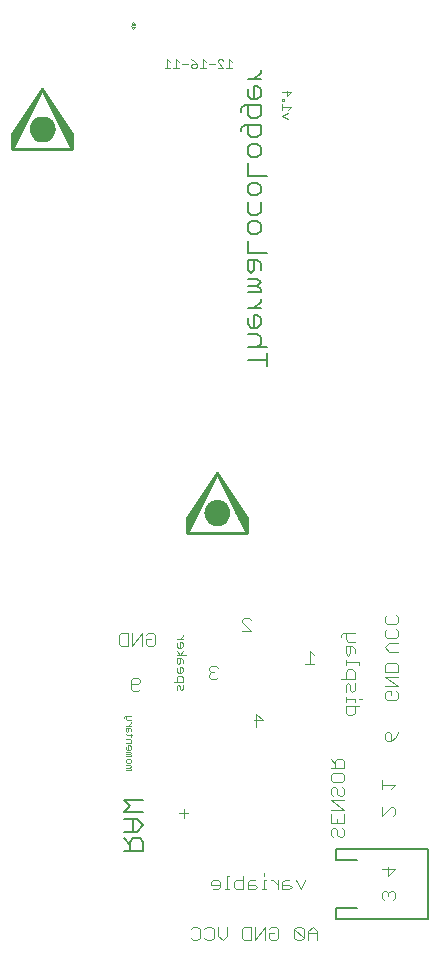
<source format=gbo>
G75*
G70*
%OFA0B0*%
%FSLAX24Y24*%
%IPPOS*%
%LPD*%
%AMOC8*
5,1,8,0,0,1.08239X$1,22.5*
%
%ADD10C,0.0060*%
%ADD11C,0.0020*%
%ADD12C,0.0040*%
%ADD13C,0.0030*%
%ADD14C,0.0100*%
%ADD15C,0.0010*%
%ADD16C,0.0080*%
D10*
X003880Y003554D02*
X004521Y003554D01*
X004521Y003874D01*
X004414Y003981D01*
X004200Y003981D01*
X004094Y003874D01*
X004094Y003554D01*
X004094Y003767D02*
X003880Y003981D01*
X003880Y004198D02*
X004307Y004198D01*
X004521Y004412D01*
X004307Y004625D01*
X003880Y004625D01*
X003880Y004843D02*
X004094Y005056D01*
X003880Y005270D01*
X004521Y005270D01*
X004521Y004843D02*
X003880Y004843D01*
X004200Y004625D02*
X004200Y004198D01*
X008651Y019717D02*
X008651Y020144D01*
X008651Y019931D02*
X008010Y019931D01*
X008010Y020362D02*
X008651Y020362D01*
X008437Y020469D02*
X008437Y020682D01*
X008330Y020789D01*
X008010Y020789D01*
X008117Y021006D02*
X008010Y021113D01*
X008010Y021327D01*
X008010Y021651D02*
X008437Y021651D01*
X008224Y021651D02*
X008437Y021864D01*
X008437Y021971D01*
X008437Y022188D02*
X008437Y022295D01*
X008330Y022402D01*
X008437Y022508D01*
X008330Y022615D01*
X008010Y022615D01*
X008010Y022402D02*
X008330Y022402D01*
X008437Y022188D02*
X008010Y022188D01*
X008117Y022833D02*
X008010Y022939D01*
X008010Y023260D01*
X008330Y023260D01*
X008437Y023153D01*
X008437Y022939D01*
X008224Y022939D02*
X008224Y023260D01*
X008224Y022939D02*
X008117Y022833D01*
X008010Y023477D02*
X008010Y023904D01*
X008117Y024122D02*
X008010Y024229D01*
X008010Y024442D01*
X008117Y024549D01*
X008330Y024549D01*
X008437Y024442D01*
X008437Y024229D01*
X008330Y024122D01*
X008117Y024122D01*
X008117Y024766D02*
X008010Y024873D01*
X008010Y025193D01*
X008117Y025411D02*
X008010Y025518D01*
X008010Y025731D01*
X008117Y025838D01*
X008330Y025838D01*
X008437Y025731D01*
X008437Y025518D01*
X008330Y025411D01*
X008117Y025411D01*
X008437Y025193D02*
X008437Y024873D01*
X008330Y024766D01*
X008117Y024766D01*
X008010Y023477D02*
X008651Y023477D01*
X008330Y021433D02*
X008224Y021433D01*
X008224Y021006D01*
X008330Y021006D02*
X008437Y021113D01*
X008437Y021327D01*
X008330Y021433D01*
X008330Y021006D02*
X008117Y021006D01*
X008437Y020469D02*
X008330Y020362D01*
X008010Y026055D02*
X008010Y026482D01*
X008117Y026700D02*
X008010Y026807D01*
X008010Y027020D01*
X008117Y027127D01*
X008330Y027127D01*
X008437Y027020D01*
X008437Y026807D01*
X008330Y026700D01*
X008117Y026700D01*
X008117Y027344D02*
X008010Y027451D01*
X008010Y027772D01*
X007903Y027772D02*
X008437Y027772D01*
X008437Y027451D01*
X008330Y027344D01*
X008117Y027344D01*
X007796Y027558D02*
X007796Y027665D01*
X007903Y027772D01*
X008117Y027989D02*
X008010Y028096D01*
X008010Y028416D01*
X007903Y028416D02*
X008437Y028416D01*
X008437Y028096D01*
X008330Y027989D01*
X008117Y027989D01*
X007796Y028203D02*
X007796Y028309D01*
X007903Y028416D01*
X008117Y028634D02*
X008010Y028740D01*
X008010Y028954D01*
X008010Y029278D02*
X008437Y029278D01*
X008224Y029278D02*
X008437Y029492D01*
X008437Y029598D01*
X008330Y029061D02*
X008224Y029061D01*
X008224Y028634D01*
X008330Y028634D02*
X008437Y028740D01*
X008437Y028954D01*
X008330Y029061D01*
X008330Y028634D02*
X008117Y028634D01*
X008010Y026055D02*
X008651Y026055D01*
D11*
X004107Y008072D02*
X003923Y008072D01*
X003887Y008035D01*
X003887Y007998D01*
X003960Y007961D02*
X003960Y008072D01*
X003960Y007961D02*
X003997Y007925D01*
X004107Y007925D01*
X004107Y007851D02*
X004107Y007814D01*
X004033Y007741D01*
X003960Y007741D02*
X004107Y007741D01*
X004070Y007666D02*
X004107Y007630D01*
X004107Y007556D01*
X004033Y007556D02*
X004033Y007666D01*
X004070Y007666D02*
X003960Y007666D01*
X003960Y007556D01*
X003997Y007520D01*
X004033Y007556D01*
X003960Y007446D02*
X003997Y007409D01*
X004143Y007409D01*
X004107Y007372D02*
X004107Y007446D01*
X004070Y007298D02*
X004107Y007261D01*
X004107Y007151D01*
X003960Y007151D01*
X004033Y007077D02*
X004033Y006930D01*
X003997Y006930D02*
X004070Y006930D01*
X004107Y006967D01*
X004107Y007040D01*
X004070Y007077D01*
X004033Y007077D01*
X003960Y007040D02*
X003960Y006967D01*
X003997Y006930D01*
X003960Y006856D02*
X004070Y006856D01*
X004107Y006819D01*
X004070Y006783D01*
X003960Y006783D01*
X003960Y006709D02*
X004107Y006709D01*
X004107Y006746D01*
X004070Y006783D01*
X004070Y006635D02*
X004107Y006598D01*
X004107Y006525D01*
X004070Y006488D01*
X003997Y006488D01*
X003960Y006525D01*
X003960Y006598D01*
X003997Y006635D01*
X004070Y006635D01*
X004070Y006414D02*
X003960Y006414D01*
X003960Y006341D02*
X004070Y006341D01*
X004107Y006377D01*
X004070Y006414D01*
X004070Y006341D02*
X004107Y006304D01*
X004107Y006267D01*
X003960Y006267D01*
X003960Y007298D02*
X004070Y007298D01*
D12*
X004200Y008877D02*
X004123Y008954D01*
X004123Y009261D01*
X004200Y009338D01*
X004353Y009338D01*
X004430Y009261D01*
X004430Y009184D01*
X004353Y009108D01*
X004123Y009108D01*
X004200Y008877D02*
X004353Y008877D01*
X004430Y008954D01*
X004470Y010377D02*
X004470Y010838D01*
X004163Y010377D01*
X004163Y010838D01*
X004009Y010838D02*
X003779Y010838D01*
X003702Y010761D01*
X003702Y010454D01*
X003779Y010377D01*
X004009Y010377D01*
X004009Y010838D01*
X004623Y010761D02*
X004700Y010838D01*
X004853Y010838D01*
X004930Y010761D01*
X004930Y010454D01*
X004853Y010377D01*
X004700Y010377D01*
X004623Y010454D01*
X004623Y010608D01*
X004777Y010608D01*
X006723Y009661D02*
X006723Y009584D01*
X006800Y009508D01*
X006723Y009431D01*
X006723Y009354D01*
X006800Y009277D01*
X006953Y009277D01*
X007030Y009354D01*
X006877Y009508D02*
X006800Y009508D01*
X006723Y009661D02*
X006800Y009738D01*
X006953Y009738D01*
X007030Y009661D01*
X007823Y010877D02*
X008130Y010877D01*
X007823Y011184D01*
X007823Y011261D01*
X007900Y011338D01*
X008053Y011338D01*
X008130Y011261D01*
X008300Y008138D02*
X008530Y007908D01*
X008223Y007908D01*
X008300Y008138D02*
X008300Y007677D01*
X009923Y009777D02*
X010230Y009777D01*
X010077Y009777D02*
X010077Y010238D01*
X010230Y010084D01*
X011117Y010686D02*
X011117Y010763D01*
X011193Y010840D01*
X011577Y010840D01*
X011577Y010533D02*
X011347Y010533D01*
X011270Y010609D01*
X011270Y010840D01*
X011270Y010379D02*
X011270Y010149D01*
X011347Y010072D01*
X011423Y010149D01*
X011423Y010379D01*
X011500Y010379D02*
X011270Y010379D01*
X011270Y009919D02*
X011270Y009765D01*
X011270Y009842D02*
X011730Y009842D01*
X011730Y009765D01*
X011577Y009535D02*
X011577Y009305D01*
X011117Y009305D01*
X011270Y009305D02*
X011270Y009535D01*
X011347Y009612D01*
X011500Y009612D01*
X011577Y009535D01*
X011577Y009152D02*
X011577Y008921D01*
X011500Y008845D01*
X011423Y008921D01*
X011423Y009075D01*
X011347Y009152D01*
X011270Y009075D01*
X011270Y008845D01*
X011270Y008691D02*
X011270Y008538D01*
X011270Y008614D02*
X011577Y008614D01*
X011577Y008538D01*
X011577Y008384D02*
X011577Y008154D01*
X011500Y008077D01*
X011347Y008077D01*
X011270Y008154D01*
X011270Y008384D01*
X011730Y008384D01*
X011730Y008614D02*
X011807Y008614D01*
X012570Y008673D02*
X012570Y008826D01*
X012647Y008903D01*
X012800Y008903D01*
X012800Y008750D01*
X012954Y008903D02*
X013030Y008826D01*
X013030Y008673D01*
X012954Y008596D01*
X012647Y008596D01*
X012570Y008673D01*
X012570Y009057D02*
X013030Y009057D01*
X012570Y009363D01*
X013030Y009363D01*
X013030Y009517D02*
X013030Y009747D01*
X012954Y009824D01*
X012647Y009824D01*
X012570Y009747D01*
X012570Y009517D01*
X013030Y009517D01*
X013030Y010196D02*
X012723Y010196D01*
X012570Y010350D01*
X012723Y010503D01*
X013030Y010503D01*
X012954Y010657D02*
X013030Y010733D01*
X013030Y010887D01*
X012954Y010963D01*
X012954Y011117D02*
X012647Y011117D01*
X012570Y011194D01*
X012570Y011347D01*
X012647Y011424D01*
X012954Y011424D02*
X013030Y011347D01*
X013030Y011194D01*
X012954Y011117D01*
X012647Y010963D02*
X012570Y010887D01*
X012570Y010733D01*
X012647Y010657D01*
X012954Y010657D01*
X011577Y010303D02*
X011500Y010379D01*
X011577Y010303D02*
X011577Y010149D01*
X012647Y007524D02*
X012570Y007447D01*
X012570Y007294D01*
X012647Y007217D01*
X012800Y007217D01*
X012800Y007447D01*
X012723Y007524D01*
X012647Y007524D01*
X012954Y007370D02*
X012800Y007217D01*
X012954Y007370D02*
X013030Y007524D01*
X012470Y005924D02*
X012470Y005617D01*
X012470Y005770D02*
X012930Y005770D01*
X012777Y005617D01*
X012777Y005024D02*
X012854Y005024D01*
X012930Y004947D01*
X012930Y004794D01*
X012854Y004717D01*
X012777Y005024D02*
X012470Y004717D01*
X012470Y005024D01*
X012700Y003024D02*
X012700Y002717D01*
X012930Y002947D01*
X012470Y002947D01*
X012547Y002224D02*
X012470Y002147D01*
X012470Y001994D01*
X012547Y001917D01*
X012700Y002070D02*
X012700Y002147D01*
X012623Y002224D01*
X012547Y002224D01*
X012700Y002147D02*
X012777Y002224D01*
X012854Y002224D01*
X012930Y002147D01*
X012930Y001994D01*
X012854Y001917D01*
X011154Y004015D02*
X011230Y004092D01*
X011230Y004245D01*
X011154Y004322D01*
X011230Y004475D02*
X010770Y004475D01*
X010770Y004782D01*
X010770Y004936D02*
X011230Y004936D01*
X010770Y005243D01*
X011230Y005243D01*
X011154Y005396D02*
X011077Y005396D01*
X011000Y005473D01*
X011000Y005626D01*
X010923Y005703D01*
X010847Y005703D01*
X010770Y005626D01*
X010770Y005473D01*
X010847Y005396D01*
X010847Y005857D02*
X010770Y005933D01*
X010770Y006087D01*
X010847Y006163D01*
X011154Y006163D01*
X011230Y006087D01*
X011230Y005933D01*
X011154Y005857D01*
X010847Y005857D01*
X010923Y006317D02*
X010923Y006547D01*
X011000Y006624D01*
X011154Y006624D01*
X011230Y006547D01*
X011230Y006317D01*
X010770Y006317D01*
X010923Y006470D02*
X010770Y006624D01*
X011154Y005703D02*
X011230Y005626D01*
X011230Y005473D01*
X011154Y005396D01*
X011230Y004782D02*
X011230Y004475D01*
X011000Y004475D02*
X011000Y004629D01*
X010923Y004322D02*
X010847Y004322D01*
X010770Y004245D01*
X010770Y004092D01*
X010847Y004015D01*
X011000Y004092D02*
X011000Y004245D01*
X010923Y004322D01*
X011000Y004092D02*
X011077Y004015D01*
X011154Y004015D01*
X009930Y002584D02*
X009777Y002277D01*
X009623Y002584D01*
X009393Y002584D02*
X009239Y002584D01*
X009163Y002508D01*
X009163Y002277D01*
X009393Y002277D01*
X009470Y002354D01*
X009393Y002431D01*
X009163Y002431D01*
X009009Y002431D02*
X008856Y002584D01*
X008779Y002584D01*
X009009Y002584D02*
X009009Y002277D01*
X008626Y002277D02*
X008472Y002277D01*
X008549Y002277D02*
X008549Y002584D01*
X008626Y002584D01*
X008549Y002738D02*
X008549Y002814D01*
X008242Y002584D02*
X008088Y002584D01*
X008012Y002508D01*
X008012Y002277D01*
X008242Y002277D01*
X008319Y002354D01*
X008242Y002431D01*
X008012Y002431D01*
X007858Y002584D02*
X007628Y002584D01*
X007551Y002508D01*
X007551Y002354D01*
X007628Y002277D01*
X007858Y002277D01*
X007858Y002738D01*
X007398Y002738D02*
X007321Y002738D01*
X007321Y002277D01*
X007398Y002277D02*
X007244Y002277D01*
X007091Y002354D02*
X007091Y002508D01*
X007014Y002584D01*
X006861Y002584D01*
X006784Y002508D01*
X006784Y002431D01*
X007091Y002431D01*
X007091Y002354D02*
X007014Y002277D01*
X006861Y002277D01*
X006793Y001038D02*
X006639Y001038D01*
X006563Y000961D01*
X006409Y000961D02*
X006409Y000654D01*
X006332Y000577D01*
X006179Y000577D01*
X006102Y000654D01*
X006102Y000961D02*
X006179Y001038D01*
X006332Y001038D01*
X006409Y000961D01*
X006563Y000654D02*
X006639Y000577D01*
X006793Y000577D01*
X006870Y000654D01*
X006870Y000961D01*
X006793Y001038D01*
X007023Y001038D02*
X007023Y000731D01*
X007177Y000577D01*
X007330Y000731D01*
X007330Y001038D01*
X007802Y000961D02*
X007802Y000654D01*
X007879Y000577D01*
X008109Y000577D01*
X008109Y001038D01*
X007879Y001038D01*
X007802Y000961D01*
X008263Y001038D02*
X008263Y000577D01*
X008570Y001038D01*
X008570Y000577D01*
X008723Y000654D02*
X008723Y000808D01*
X008877Y000808D01*
X009030Y000961D02*
X009030Y000654D01*
X008953Y000577D01*
X008800Y000577D01*
X008723Y000654D01*
X008723Y000961D02*
X008800Y001038D01*
X008953Y001038D01*
X009030Y000961D01*
X009563Y000961D02*
X009563Y000654D01*
X009639Y000577D01*
X009793Y000577D01*
X009870Y000654D01*
X009563Y000961D01*
X009639Y001038D01*
X009793Y001038D01*
X009870Y000961D01*
X009870Y000654D01*
X010023Y000577D02*
X010023Y000884D01*
X010177Y001038D01*
X010330Y000884D01*
X010330Y000577D01*
X010330Y000808D02*
X010023Y000808D01*
X006030Y004808D02*
X005723Y004808D01*
X005877Y004961D02*
X005877Y004654D01*
D13*
X005790Y008908D02*
X005838Y008956D01*
X005838Y009101D01*
X005838Y009203D02*
X005838Y009348D01*
X005790Y009396D01*
X005693Y009396D01*
X005645Y009348D01*
X005645Y009203D01*
X005548Y009203D02*
X005838Y009203D01*
X005693Y009101D02*
X005742Y009053D01*
X005742Y008956D01*
X005790Y008908D01*
X005645Y008908D02*
X005645Y009053D01*
X005693Y009101D01*
X005693Y009497D02*
X005645Y009546D01*
X005645Y009642D01*
X005742Y009691D02*
X005742Y009497D01*
X005790Y009497D02*
X005838Y009546D01*
X005838Y009642D01*
X005790Y009691D01*
X005742Y009691D01*
X005693Y009792D02*
X005742Y009840D01*
X005742Y009985D01*
X005790Y009985D02*
X005645Y009985D01*
X005645Y009840D01*
X005693Y009792D01*
X005838Y009840D02*
X005838Y009937D01*
X005790Y009985D01*
X005742Y010087D02*
X005838Y010232D01*
X005790Y010332D02*
X005838Y010381D01*
X005838Y010477D01*
X005790Y010526D01*
X005742Y010526D01*
X005742Y010332D01*
X005790Y010332D02*
X005693Y010332D01*
X005645Y010381D01*
X005645Y010477D01*
X005645Y010627D02*
X005838Y010627D01*
X005742Y010627D02*
X005838Y010724D01*
X005838Y010772D01*
X005645Y010232D02*
X005742Y010087D01*
X005645Y010087D02*
X005935Y010087D01*
X005790Y009497D02*
X005693Y009497D01*
X009358Y027972D02*
X009165Y028069D01*
X009358Y028166D01*
X009358Y028267D02*
X009455Y028364D01*
X009165Y028364D01*
X009165Y028460D02*
X009165Y028267D01*
X009165Y028562D02*
X009165Y028610D01*
X009213Y028610D01*
X009213Y028562D01*
X009165Y028562D01*
X009310Y028709D02*
X009310Y028902D01*
X009165Y028854D02*
X009455Y028854D01*
X009310Y028709D01*
X007492Y029652D02*
X007299Y029652D01*
X007395Y029652D02*
X007395Y029943D01*
X007492Y029846D01*
X007198Y029894D02*
X007149Y029943D01*
X007052Y029943D01*
X007004Y029894D01*
X007004Y029846D01*
X007198Y029652D01*
X007004Y029652D01*
X006903Y029797D02*
X006709Y029797D01*
X006608Y029846D02*
X006512Y029943D01*
X006512Y029652D01*
X006608Y029652D02*
X006415Y029652D01*
X006314Y029701D02*
X006314Y029797D01*
X006168Y029797D01*
X006120Y029749D01*
X006120Y029701D01*
X006168Y029652D01*
X006265Y029652D01*
X006314Y029701D01*
X006314Y029797D02*
X006217Y029894D01*
X006120Y029943D01*
X006019Y029797D02*
X005825Y029797D01*
X005724Y029846D02*
X005628Y029943D01*
X005628Y029652D01*
X005724Y029652D02*
X005531Y029652D01*
X005430Y029652D02*
X005236Y029652D01*
X005333Y029652D02*
X005333Y029943D01*
X005430Y029846D01*
D14*
X002150Y027457D02*
X002150Y026957D01*
X000150Y026957D01*
X001150Y028957D01*
X002150Y026957D01*
X002150Y027052D02*
X002102Y027052D01*
X002053Y027151D02*
X002150Y027151D01*
X002150Y027249D02*
X002004Y027249D01*
X001955Y027348D02*
X002150Y027348D01*
X002150Y027446D02*
X001905Y027446D01*
X001856Y027545D02*
X002092Y027545D01*
X002150Y027457D02*
X001150Y028957D01*
X000150Y027457D01*
X000150Y026957D01*
X000150Y027052D02*
X000198Y027052D01*
X000150Y027151D02*
X000247Y027151D01*
X000296Y027249D02*
X000150Y027249D01*
X000150Y027348D02*
X000345Y027348D01*
X000395Y027446D02*
X000150Y027446D01*
X000208Y027545D02*
X000444Y027545D01*
X000493Y027643D02*
X000274Y027643D01*
X000340Y027742D02*
X000542Y027742D01*
X000592Y027840D02*
X000405Y027840D01*
X000471Y027939D02*
X000641Y027939D01*
X000690Y028037D02*
X000537Y028037D01*
X000602Y028136D02*
X000739Y028136D01*
X000789Y028234D02*
X000668Y028234D01*
X000734Y028333D02*
X000838Y028333D01*
X000799Y028431D02*
X000887Y028431D01*
X000865Y028530D02*
X000936Y028530D01*
X000931Y028628D02*
X000986Y028628D01*
X000996Y028727D02*
X001035Y028727D01*
X001062Y028825D02*
X001084Y028825D01*
X001128Y028924D02*
X001133Y028924D01*
X001167Y028924D02*
X001172Y028924D01*
X001216Y028825D02*
X001238Y028825D01*
X001265Y028727D02*
X001304Y028727D01*
X001314Y028628D02*
X001369Y028628D01*
X001364Y028530D02*
X001435Y028530D01*
X001413Y028431D02*
X001501Y028431D01*
X001462Y028333D02*
X001566Y028333D01*
X001511Y028234D02*
X001632Y028234D01*
X001698Y028136D02*
X001561Y028136D01*
X001610Y028037D02*
X001763Y028037D01*
X001829Y027939D02*
X001659Y027939D01*
X001708Y027840D02*
X001895Y027840D01*
X001960Y027742D02*
X001758Y027742D01*
X001807Y027643D02*
X002026Y027643D01*
X001118Y027627D02*
X001120Y027639D01*
X001125Y027651D01*
X001134Y027660D01*
X001145Y027666D01*
X001157Y027669D01*
X001169Y027668D01*
X001181Y027663D01*
X001191Y027656D01*
X001198Y027645D01*
X001202Y027633D01*
X001202Y027621D01*
X001198Y027609D01*
X001191Y027598D01*
X001181Y027591D01*
X001169Y027586D01*
X001157Y027585D01*
X001145Y027588D01*
X001134Y027594D01*
X001125Y027603D01*
X001120Y027615D01*
X001118Y027627D01*
X001036Y027627D02*
X001038Y027649D01*
X001043Y027669D01*
X001053Y027689D01*
X001065Y027707D01*
X001080Y027722D01*
X001098Y027734D01*
X001118Y027744D01*
X001138Y027749D01*
X001160Y027751D01*
X001182Y027749D01*
X001202Y027744D01*
X001222Y027734D01*
X001240Y027722D01*
X001255Y027707D01*
X001267Y027689D01*
X001277Y027669D01*
X001282Y027649D01*
X001284Y027627D01*
X001282Y027605D01*
X001277Y027585D01*
X001267Y027565D01*
X001255Y027547D01*
X001240Y027532D01*
X001222Y027520D01*
X001202Y027510D01*
X001182Y027505D01*
X001160Y027503D01*
X001138Y027505D01*
X001118Y027510D01*
X001098Y027520D01*
X001080Y027532D01*
X001065Y027547D01*
X001053Y027565D01*
X001043Y027585D01*
X001038Y027605D01*
X001036Y027627D01*
X000950Y027627D02*
X000952Y027656D01*
X000958Y027684D01*
X000967Y027711D01*
X000981Y027736D01*
X000997Y027760D01*
X001017Y027780D01*
X001039Y027799D01*
X001063Y027813D01*
X001090Y027825D01*
X001117Y027833D01*
X001146Y027837D01*
X001174Y027837D01*
X001203Y027833D01*
X001230Y027825D01*
X001257Y027813D01*
X001281Y027799D01*
X001303Y027780D01*
X001323Y027760D01*
X001339Y027736D01*
X001353Y027711D01*
X001362Y027684D01*
X001368Y027656D01*
X001370Y027627D01*
X001368Y027598D01*
X001362Y027570D01*
X001353Y027543D01*
X001339Y027518D01*
X001323Y027494D01*
X001303Y027474D01*
X001281Y027455D01*
X001257Y027441D01*
X001230Y027429D01*
X001203Y027421D01*
X001174Y027417D01*
X001146Y027417D01*
X001117Y027421D01*
X001090Y027429D01*
X001063Y027441D01*
X001039Y027455D01*
X001017Y027474D01*
X000997Y027494D01*
X000981Y027518D01*
X000967Y027543D01*
X000958Y027570D01*
X000952Y027598D01*
X000950Y027627D01*
X000868Y027627D02*
X000870Y027661D01*
X000876Y027694D01*
X000886Y027727D01*
X000899Y027758D01*
X000916Y027787D01*
X000936Y027815D01*
X000960Y027839D01*
X000986Y027861D01*
X001014Y027880D01*
X001044Y027895D01*
X001076Y027907D01*
X001109Y027915D01*
X001143Y027919D01*
X001177Y027919D01*
X001211Y027915D01*
X001244Y027907D01*
X001276Y027895D01*
X001306Y027880D01*
X001334Y027861D01*
X001360Y027839D01*
X001384Y027815D01*
X001404Y027787D01*
X001421Y027758D01*
X001434Y027727D01*
X001444Y027694D01*
X001450Y027661D01*
X001452Y027627D01*
X001450Y027593D01*
X001444Y027560D01*
X001434Y027527D01*
X001421Y027496D01*
X001404Y027467D01*
X001384Y027439D01*
X001360Y027415D01*
X001334Y027393D01*
X001306Y027374D01*
X001276Y027359D01*
X001244Y027347D01*
X001211Y027339D01*
X001177Y027335D01*
X001143Y027335D01*
X001109Y027339D01*
X001076Y027347D01*
X001044Y027359D01*
X001014Y027374D01*
X000986Y027393D01*
X000960Y027415D01*
X000936Y027439D01*
X000916Y027467D01*
X000899Y027496D01*
X000886Y027527D01*
X000876Y027560D01*
X000870Y027593D01*
X000868Y027627D01*
X000780Y027627D02*
X000782Y027665D01*
X000788Y027703D01*
X000797Y027741D01*
X000811Y027777D01*
X000828Y027811D01*
X000848Y027844D01*
X000872Y027875D01*
X000898Y027902D01*
X000927Y027927D01*
X000959Y027949D01*
X000993Y027968D01*
X001028Y027983D01*
X001065Y027995D01*
X001102Y028003D01*
X001141Y028007D01*
X001179Y028007D01*
X001218Y028003D01*
X001255Y027995D01*
X001292Y027983D01*
X001327Y027968D01*
X001361Y027949D01*
X001393Y027927D01*
X001422Y027902D01*
X001448Y027875D01*
X001472Y027844D01*
X001492Y027811D01*
X001509Y027777D01*
X001523Y027741D01*
X001532Y027703D01*
X001538Y027665D01*
X001540Y027627D01*
X001538Y027589D01*
X001532Y027551D01*
X001523Y027513D01*
X001509Y027477D01*
X001492Y027443D01*
X001472Y027410D01*
X001448Y027379D01*
X001422Y027352D01*
X001393Y027327D01*
X001361Y027305D01*
X001327Y027286D01*
X001292Y027271D01*
X001255Y027259D01*
X001218Y027251D01*
X001179Y027247D01*
X001141Y027247D01*
X001102Y027251D01*
X001065Y027259D01*
X001028Y027271D01*
X000993Y027286D01*
X000959Y027305D01*
X000927Y027327D01*
X000898Y027352D01*
X000872Y027379D01*
X000848Y027410D01*
X000828Y027443D01*
X000811Y027477D01*
X000797Y027513D01*
X000788Y027551D01*
X000782Y027589D01*
X000780Y027627D01*
X006347Y015232D02*
X006503Y015232D01*
X006453Y015134D02*
X006281Y015134D01*
X006215Y015035D02*
X006404Y015035D01*
X006355Y014937D02*
X006150Y014937D01*
X006084Y014838D02*
X006306Y014838D01*
X006256Y014740D02*
X006018Y014740D01*
X005970Y014667D02*
X005970Y014167D01*
X007970Y014167D01*
X006970Y016167D01*
X007970Y014667D01*
X007970Y014167D01*
X007970Y014247D02*
X007930Y014247D01*
X007970Y014346D02*
X007881Y014346D01*
X007831Y014444D02*
X007970Y014444D01*
X007970Y014543D02*
X007782Y014543D01*
X007733Y014641D02*
X007970Y014641D01*
X007922Y014740D02*
X007684Y014740D01*
X007634Y014838D02*
X007856Y014838D01*
X007790Y014937D02*
X007585Y014937D01*
X007536Y015035D02*
X007725Y015035D01*
X007659Y015134D02*
X007487Y015134D01*
X007437Y015232D02*
X007593Y015232D01*
X007528Y015331D02*
X007388Y015331D01*
X007339Y015429D02*
X007462Y015429D01*
X007396Y015528D02*
X007290Y015528D01*
X007331Y015626D02*
X007240Y015626D01*
X007265Y015725D02*
X007191Y015725D01*
X007199Y015823D02*
X007142Y015823D01*
X007134Y015922D02*
X007093Y015922D01*
X007068Y016020D02*
X007043Y016020D01*
X007002Y016119D02*
X006994Y016119D01*
X006946Y016119D02*
X006938Y016119D01*
X006970Y016167D02*
X005970Y014167D01*
X005970Y014247D02*
X006010Y014247D01*
X005970Y014346D02*
X006059Y014346D01*
X006109Y014444D02*
X005970Y014444D01*
X005970Y014543D02*
X006158Y014543D01*
X006207Y014641D02*
X005970Y014641D01*
X005970Y014667D02*
X006970Y016167D01*
X006897Y016020D02*
X006872Y016020D01*
X006847Y015922D02*
X006806Y015922D01*
X006798Y015823D02*
X006741Y015823D01*
X006749Y015725D02*
X006675Y015725D01*
X006700Y015626D02*
X006609Y015626D01*
X006650Y015528D02*
X006544Y015528D01*
X006601Y015429D02*
X006478Y015429D01*
X006412Y015331D02*
X006552Y015331D01*
X006938Y014837D02*
X006940Y014849D01*
X006945Y014861D01*
X006954Y014870D01*
X006965Y014876D01*
X006977Y014879D01*
X006989Y014878D01*
X007001Y014873D01*
X007011Y014866D01*
X007018Y014855D01*
X007022Y014843D01*
X007022Y014831D01*
X007018Y014819D01*
X007011Y014808D01*
X007001Y014801D01*
X006989Y014796D01*
X006977Y014795D01*
X006965Y014798D01*
X006954Y014804D01*
X006945Y014813D01*
X006940Y014825D01*
X006938Y014837D01*
X006856Y014837D02*
X006858Y014859D01*
X006863Y014879D01*
X006873Y014899D01*
X006885Y014917D01*
X006900Y014932D01*
X006918Y014944D01*
X006938Y014954D01*
X006958Y014959D01*
X006980Y014961D01*
X007002Y014959D01*
X007022Y014954D01*
X007042Y014944D01*
X007060Y014932D01*
X007075Y014917D01*
X007087Y014899D01*
X007097Y014879D01*
X007102Y014859D01*
X007104Y014837D01*
X007102Y014815D01*
X007097Y014795D01*
X007087Y014775D01*
X007075Y014757D01*
X007060Y014742D01*
X007042Y014730D01*
X007022Y014720D01*
X007002Y014715D01*
X006980Y014713D01*
X006958Y014715D01*
X006938Y014720D01*
X006918Y014730D01*
X006900Y014742D01*
X006885Y014757D01*
X006873Y014775D01*
X006863Y014795D01*
X006858Y014815D01*
X006856Y014837D01*
X006770Y014837D02*
X006772Y014866D01*
X006778Y014894D01*
X006787Y014921D01*
X006801Y014946D01*
X006817Y014970D01*
X006837Y014990D01*
X006859Y015009D01*
X006883Y015023D01*
X006910Y015035D01*
X006937Y015043D01*
X006966Y015047D01*
X006994Y015047D01*
X007023Y015043D01*
X007050Y015035D01*
X007077Y015023D01*
X007101Y015009D01*
X007123Y014990D01*
X007143Y014970D01*
X007159Y014946D01*
X007173Y014921D01*
X007182Y014894D01*
X007188Y014866D01*
X007190Y014837D01*
X007188Y014808D01*
X007182Y014780D01*
X007173Y014753D01*
X007159Y014728D01*
X007143Y014704D01*
X007123Y014684D01*
X007101Y014665D01*
X007077Y014651D01*
X007050Y014639D01*
X007023Y014631D01*
X006994Y014627D01*
X006966Y014627D01*
X006937Y014631D01*
X006910Y014639D01*
X006883Y014651D01*
X006859Y014665D01*
X006837Y014684D01*
X006817Y014704D01*
X006801Y014728D01*
X006787Y014753D01*
X006778Y014780D01*
X006772Y014808D01*
X006770Y014837D01*
X006688Y014837D02*
X006690Y014871D01*
X006696Y014904D01*
X006706Y014937D01*
X006719Y014968D01*
X006736Y014997D01*
X006756Y015025D01*
X006780Y015049D01*
X006806Y015071D01*
X006834Y015090D01*
X006864Y015105D01*
X006896Y015117D01*
X006929Y015125D01*
X006963Y015129D01*
X006997Y015129D01*
X007031Y015125D01*
X007064Y015117D01*
X007096Y015105D01*
X007126Y015090D01*
X007154Y015071D01*
X007180Y015049D01*
X007204Y015025D01*
X007224Y014997D01*
X007241Y014968D01*
X007254Y014937D01*
X007264Y014904D01*
X007270Y014871D01*
X007272Y014837D01*
X007270Y014803D01*
X007264Y014770D01*
X007254Y014737D01*
X007241Y014706D01*
X007224Y014677D01*
X007204Y014649D01*
X007180Y014625D01*
X007154Y014603D01*
X007126Y014584D01*
X007096Y014569D01*
X007064Y014557D01*
X007031Y014549D01*
X006997Y014545D01*
X006963Y014545D01*
X006929Y014549D01*
X006896Y014557D01*
X006864Y014569D01*
X006834Y014584D01*
X006806Y014603D01*
X006780Y014625D01*
X006756Y014649D01*
X006736Y014677D01*
X006719Y014706D01*
X006706Y014737D01*
X006696Y014770D01*
X006690Y014803D01*
X006688Y014837D01*
X006600Y014837D02*
X006602Y014875D01*
X006608Y014913D01*
X006617Y014951D01*
X006631Y014987D01*
X006648Y015021D01*
X006668Y015054D01*
X006692Y015085D01*
X006718Y015112D01*
X006747Y015137D01*
X006779Y015159D01*
X006813Y015178D01*
X006848Y015193D01*
X006885Y015205D01*
X006922Y015213D01*
X006961Y015217D01*
X006999Y015217D01*
X007038Y015213D01*
X007075Y015205D01*
X007112Y015193D01*
X007147Y015178D01*
X007181Y015159D01*
X007213Y015137D01*
X007242Y015112D01*
X007268Y015085D01*
X007292Y015054D01*
X007312Y015021D01*
X007329Y014987D01*
X007343Y014951D01*
X007352Y014913D01*
X007358Y014875D01*
X007360Y014837D01*
X007358Y014799D01*
X007352Y014761D01*
X007343Y014723D01*
X007329Y014687D01*
X007312Y014653D01*
X007292Y014620D01*
X007268Y014589D01*
X007242Y014562D01*
X007213Y014537D01*
X007181Y014515D01*
X007147Y014496D01*
X007112Y014481D01*
X007075Y014469D01*
X007038Y014461D01*
X006999Y014457D01*
X006961Y014457D01*
X006922Y014461D01*
X006885Y014469D01*
X006848Y014481D01*
X006813Y014496D01*
X006779Y014515D01*
X006747Y014537D01*
X006718Y014562D01*
X006692Y014589D01*
X006668Y014620D01*
X006648Y014653D01*
X006631Y014687D01*
X006617Y014723D01*
X006608Y014761D01*
X006602Y014799D01*
X006600Y014837D01*
D15*
X004200Y030962D02*
X004215Y030977D01*
X004215Y031022D01*
X004245Y031022D02*
X004155Y031022D01*
X004155Y030977D01*
X004170Y030962D01*
X004200Y030962D01*
X004125Y031054D02*
X004125Y031069D01*
X004140Y031084D01*
X004215Y031084D01*
X004245Y031084D02*
X004260Y031084D01*
X004245Y031116D02*
X004155Y031116D01*
X004155Y031161D01*
X004170Y031176D01*
X004200Y031176D01*
X004215Y031161D01*
X004215Y031116D01*
D16*
X010941Y003638D02*
X010941Y003245D01*
X011650Y003245D01*
X010941Y003638D02*
X014012Y003638D01*
X014012Y001276D01*
X010941Y001276D01*
X010941Y001670D01*
X011650Y001670D01*
M02*

</source>
